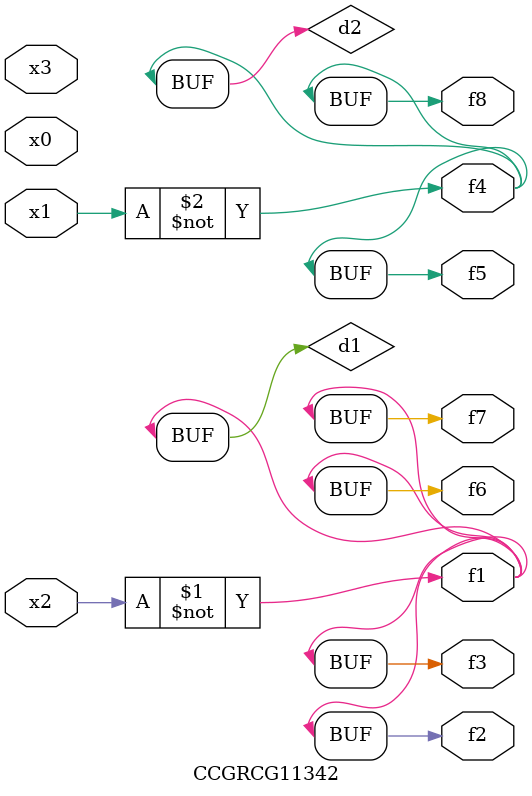
<source format=v>
module CCGRCG11342(
	input x0, x1, x2, x3,
	output f1, f2, f3, f4, f5, f6, f7, f8
);

	wire d1, d2;

	xnor (d1, x2);
	not (d2, x1);
	assign f1 = d1;
	assign f2 = d1;
	assign f3 = d1;
	assign f4 = d2;
	assign f5 = d2;
	assign f6 = d1;
	assign f7 = d1;
	assign f8 = d2;
endmodule

</source>
